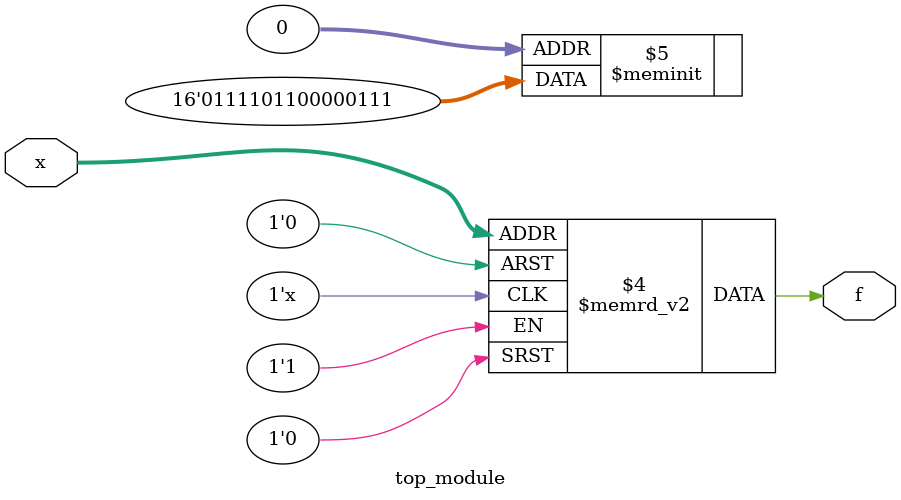
<source format=sv>
module top_module (
    input [4:1] x,
    output logic f
);

always_comb begin
    case({x[4], x[3], x[2], x[1]})
        4'b0000: f = 1;
        4'b0001: f = 1;
        4'b0011: f = 0;
        4'b0010: f = 1;
        4'b0100: f = 0;
        4'b0101: f = 0;
        4'b0111: f = 0;
        4'b0110: f = 0;
        4'b1000: f = 1;
        4'b1001: f = 1;
        4'b1011: f = 1;
        4'b1010: f = 0;
        4'b1100: f = 1;
        4'b1101: f = 1;
        4'b1111: f = 0;
        4'b1110: f = 1;
    endcase
end

endmodule

</source>
